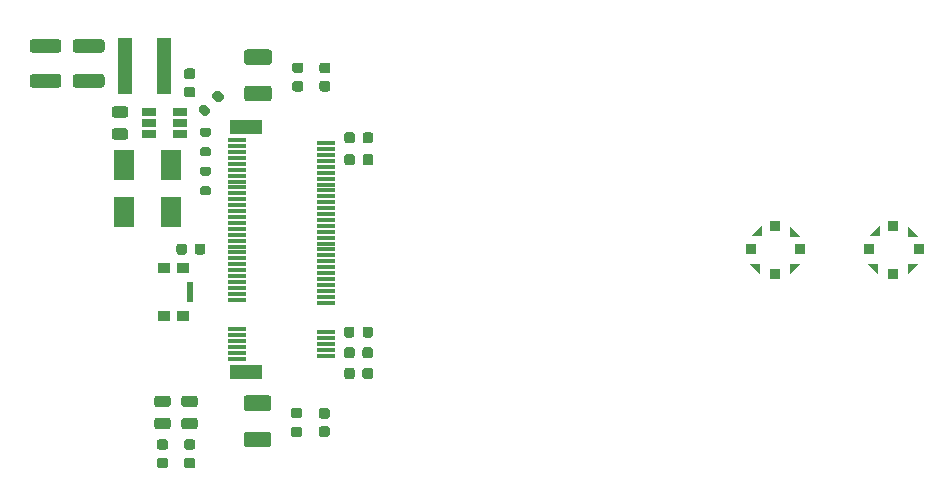
<source format=gbr>
G04 #@! TF.GenerationSoftware,KiCad,Pcbnew,(5.1.9-0-10_14)*
G04 #@! TF.CreationDate,2021-05-09T00:19:33+01:00*
G04 #@! TF.ProjectId,usb3-ngff-carrier,75736233-2d6e-4676-9666-2d6361727269,1*
G04 #@! TF.SameCoordinates,Original*
G04 #@! TF.FileFunction,Paste,Top*
G04 #@! TF.FilePolarity,Positive*
%FSLAX46Y46*%
G04 Gerber Fmt 4.6, Leading zero omitted, Abs format (unit mm)*
G04 Created by KiCad (PCBNEW (5.1.9-0-10_14)) date 2021-05-09 00:19:33*
%MOMM*%
%LPD*%
G01*
G04 APERTURE LIST*
%ADD10C,0.100000*%
%ADD11R,1.220000X0.650000*%
%ADD12R,1.200000X4.700000*%
%ADD13R,1.550000X0.300000*%
%ADD14R,2.750000X1.200000*%
%ADD15R,1.000000X0.900000*%
%ADD16R,0.550000X1.700000*%
%ADD17R,1.800000X2.500000*%
G04 APERTURE END LIST*
D10*
G36*
X70604000Y-22400000D02*
G01*
X69842000Y-22400000D01*
X69842000Y-21638000D01*
X70604000Y-21638000D01*
X70604000Y-22400000D01*
G37*
X70604000Y-22400000D02*
X69842000Y-22400000D01*
X69842000Y-21638000D01*
X70604000Y-21638000D01*
X70604000Y-22400000D01*
G36*
X68550000Y-20304000D02*
G01*
X67788000Y-20304000D01*
X67788000Y-19542000D01*
X68550000Y-19542000D01*
X68550000Y-20304000D01*
G37*
X68550000Y-20304000D02*
X67788000Y-20304000D01*
X67788000Y-19542000D01*
X68550000Y-19542000D01*
X68550000Y-20304000D01*
G36*
X69050000Y-18762000D02*
G01*
X68288000Y-18762000D01*
X69050000Y-18000000D01*
X69050000Y-18762000D01*
G37*
X69050000Y-18762000D02*
X68288000Y-18762000D01*
X69050000Y-18000000D01*
X69050000Y-18762000D01*
G36*
X72312000Y-18862000D02*
G01*
X71550000Y-18862000D01*
X71550000Y-18100000D01*
X72312000Y-18862000D01*
G37*
X72312000Y-18862000D02*
X71550000Y-18862000D01*
X71550000Y-18100000D01*
X72312000Y-18862000D01*
G36*
X68900000Y-21962000D02*
G01*
X68138000Y-21200000D01*
X68900000Y-21200000D01*
X68900000Y-21962000D01*
G37*
X68900000Y-21962000D02*
X68138000Y-21200000D01*
X68900000Y-21200000D01*
X68900000Y-21962000D01*
G36*
X71550000Y-22012000D02*
G01*
X71550000Y-21250000D01*
X72312000Y-21250000D01*
X71550000Y-22012000D01*
G37*
X71550000Y-22012000D02*
X71550000Y-21250000D01*
X72312000Y-21250000D01*
X71550000Y-22012000D01*
G36*
X70604000Y-18362000D02*
G01*
X69842000Y-18362000D01*
X69842000Y-17600000D01*
X70604000Y-17600000D01*
X70604000Y-18362000D01*
G37*
X70604000Y-18362000D02*
X69842000Y-18362000D01*
X69842000Y-17600000D01*
X70604000Y-17600000D01*
X70604000Y-18362000D01*
G36*
X72750000Y-20304000D02*
G01*
X71988000Y-20304000D01*
X71988000Y-19542000D01*
X72750000Y-19542000D01*
X72750000Y-20304000D01*
G37*
X72750000Y-20304000D02*
X71988000Y-20304000D01*
X71988000Y-19542000D01*
X72750000Y-19542000D01*
X72750000Y-20304000D01*
G36*
X80604000Y-22400000D02*
G01*
X79842000Y-22400000D01*
X79842000Y-21638000D01*
X80604000Y-21638000D01*
X80604000Y-22400000D01*
G37*
X80604000Y-22400000D02*
X79842000Y-22400000D01*
X79842000Y-21638000D01*
X80604000Y-21638000D01*
X80604000Y-22400000D01*
G36*
X78550000Y-20304000D02*
G01*
X77788000Y-20304000D01*
X77788000Y-19542000D01*
X78550000Y-19542000D01*
X78550000Y-20304000D01*
G37*
X78550000Y-20304000D02*
X77788000Y-20304000D01*
X77788000Y-19542000D01*
X78550000Y-19542000D01*
X78550000Y-20304000D01*
G36*
X79050000Y-18762000D02*
G01*
X78288000Y-18762000D01*
X79050000Y-18000000D01*
X79050000Y-18762000D01*
G37*
X79050000Y-18762000D02*
X78288000Y-18762000D01*
X79050000Y-18000000D01*
X79050000Y-18762000D01*
G36*
X82312000Y-18862000D02*
G01*
X81550000Y-18862000D01*
X81550000Y-18100000D01*
X82312000Y-18862000D01*
G37*
X82312000Y-18862000D02*
X81550000Y-18862000D01*
X81550000Y-18100000D01*
X82312000Y-18862000D01*
G36*
X78900000Y-21962000D02*
G01*
X78138000Y-21200000D01*
X78900000Y-21200000D01*
X78900000Y-21962000D01*
G37*
X78900000Y-21962000D02*
X78138000Y-21200000D01*
X78900000Y-21200000D01*
X78900000Y-21962000D01*
G36*
X81550000Y-22012000D02*
G01*
X81550000Y-21250000D01*
X82312000Y-21250000D01*
X81550000Y-22012000D01*
G37*
X81550000Y-22012000D02*
X81550000Y-21250000D01*
X82312000Y-21250000D01*
X81550000Y-22012000D01*
G36*
X80604000Y-18362000D02*
G01*
X79842000Y-18362000D01*
X79842000Y-17600000D01*
X80604000Y-17600000D01*
X80604000Y-18362000D01*
G37*
X80604000Y-18362000D02*
X79842000Y-18362000D01*
X79842000Y-17600000D01*
X80604000Y-17600000D01*
X80604000Y-18362000D01*
G36*
X82750000Y-20304000D02*
G01*
X81988000Y-20304000D01*
X81988000Y-19542000D01*
X82750000Y-19542000D01*
X82750000Y-20304000D01*
G37*
X82750000Y-20304000D02*
X81988000Y-20304000D01*
X81988000Y-19542000D01*
X82750000Y-19542000D01*
X82750000Y-20304000D01*
D11*
X17290000Y-8350000D03*
X17290000Y-9300000D03*
X17290000Y-10250000D03*
X19910000Y-10250000D03*
X19910000Y-9300000D03*
X19910000Y-8350000D03*
D12*
X15195000Y-4500000D03*
X18505000Y-4500000D03*
G36*
G01*
X23196751Y-6564340D02*
X23585660Y-6953249D01*
G75*
G02*
X23585660Y-7236091I-141421J-141421D01*
G01*
X23302817Y-7518934D01*
G75*
G02*
X23019975Y-7518934I-141421J141421D01*
G01*
X22631066Y-7130025D01*
G75*
G02*
X22631066Y-6847183I141421J141421D01*
G01*
X22913909Y-6564340D01*
G75*
G02*
X23196751Y-6564340I141421J-141421D01*
G01*
G37*
G36*
G01*
X22030025Y-7731066D02*
X22418934Y-8119975D01*
G75*
G02*
X22418934Y-8402817I-141421J-141421D01*
G01*
X22136091Y-8685660D01*
G75*
G02*
X21853249Y-8685660I-141421J141421D01*
G01*
X21464340Y-8296751D01*
G75*
G02*
X21464340Y-8013909I141421J141421D01*
G01*
X21747183Y-7731066D01*
G75*
G02*
X22030025Y-7731066I141421J-141421D01*
G01*
G37*
G36*
G01*
X21775000Y-11325000D02*
X22325000Y-11325000D01*
G75*
G02*
X22525000Y-11525000I0J-200000D01*
G01*
X22525000Y-11925000D01*
G75*
G02*
X22325000Y-12125000I-200000J0D01*
G01*
X21775000Y-12125000D01*
G75*
G02*
X21575000Y-11925000I0J200000D01*
G01*
X21575000Y-11525000D01*
G75*
G02*
X21775000Y-11325000I200000J0D01*
G01*
G37*
G36*
G01*
X21775000Y-9675000D02*
X22325000Y-9675000D01*
G75*
G02*
X22525000Y-9875000I0J-200000D01*
G01*
X22525000Y-10275000D01*
G75*
G02*
X22325000Y-10475000I-200000J0D01*
G01*
X21775000Y-10475000D01*
G75*
G02*
X21575000Y-10275000I0J200000D01*
G01*
X21575000Y-9875000D01*
G75*
G02*
X21775000Y-9675000I200000J0D01*
G01*
G37*
G36*
G01*
X20475000Y-19725000D02*
X20475000Y-20225000D01*
G75*
G02*
X20250000Y-20450000I-225000J0D01*
G01*
X19800000Y-20450000D01*
G75*
G02*
X19575000Y-20225000I0J225000D01*
G01*
X19575000Y-19725000D01*
G75*
G02*
X19800000Y-19500000I225000J0D01*
G01*
X20250000Y-19500000D01*
G75*
G02*
X20475000Y-19725000I0J-225000D01*
G01*
G37*
G36*
G01*
X22025000Y-19725000D02*
X22025000Y-20225000D01*
G75*
G02*
X21800000Y-20450000I-225000J0D01*
G01*
X21350000Y-20450000D01*
G75*
G02*
X21125000Y-20225000I0J225000D01*
G01*
X21125000Y-19725000D01*
G75*
G02*
X21350000Y-19500000I225000J0D01*
G01*
X21800000Y-19500000D01*
G75*
G02*
X22025000Y-19725000I0J-225000D01*
G01*
G37*
G36*
G01*
X35325000Y-29000000D02*
X35325000Y-28500000D01*
G75*
G02*
X35550000Y-28275000I225000J0D01*
G01*
X36000000Y-28275000D01*
G75*
G02*
X36225000Y-28500000I0J-225000D01*
G01*
X36225000Y-29000000D01*
G75*
G02*
X36000000Y-29225000I-225000J0D01*
G01*
X35550000Y-29225000D01*
G75*
G02*
X35325000Y-29000000I0J225000D01*
G01*
G37*
G36*
G01*
X33775000Y-29000000D02*
X33775000Y-28500000D01*
G75*
G02*
X34000000Y-28275000I225000J0D01*
G01*
X34450000Y-28275000D01*
G75*
G02*
X34675000Y-28500000I0J-225000D01*
G01*
X34675000Y-29000000D01*
G75*
G02*
X34450000Y-29225000I-225000J0D01*
G01*
X34000000Y-29225000D01*
G75*
G02*
X33775000Y-29000000I0J225000D01*
G01*
G37*
G36*
G01*
X35325000Y-30750000D02*
X35325000Y-30250000D01*
G75*
G02*
X35550000Y-30025000I225000J0D01*
G01*
X36000000Y-30025000D01*
G75*
G02*
X36225000Y-30250000I0J-225000D01*
G01*
X36225000Y-30750000D01*
G75*
G02*
X36000000Y-30975000I-225000J0D01*
G01*
X35550000Y-30975000D01*
G75*
G02*
X35325000Y-30750000I0J225000D01*
G01*
G37*
G36*
G01*
X33775000Y-30750000D02*
X33775000Y-30250000D01*
G75*
G02*
X34000000Y-30025000I225000J0D01*
G01*
X34450000Y-30025000D01*
G75*
G02*
X34675000Y-30250000I0J-225000D01*
G01*
X34675000Y-30750000D01*
G75*
G02*
X34450000Y-30975000I-225000J0D01*
G01*
X34000000Y-30975000D01*
G75*
G02*
X33775000Y-30750000I0J225000D01*
G01*
G37*
G36*
G01*
X31850000Y-34975000D02*
X32350000Y-34975000D01*
G75*
G02*
X32575000Y-35200000I0J-225000D01*
G01*
X32575000Y-35650000D01*
G75*
G02*
X32350000Y-35875000I-225000J0D01*
G01*
X31850000Y-35875000D01*
G75*
G02*
X31625000Y-35650000I0J225000D01*
G01*
X31625000Y-35200000D01*
G75*
G02*
X31850000Y-34975000I225000J0D01*
G01*
G37*
G36*
G01*
X31850000Y-33425000D02*
X32350000Y-33425000D01*
G75*
G02*
X32575000Y-33650000I0J-225000D01*
G01*
X32575000Y-34100000D01*
G75*
G02*
X32350000Y-34325000I-225000J0D01*
G01*
X31850000Y-34325000D01*
G75*
G02*
X31625000Y-34100000I0J225000D01*
G01*
X31625000Y-33650000D01*
G75*
G02*
X31850000Y-33425000I225000J0D01*
G01*
G37*
G36*
G01*
X35340000Y-10800000D02*
X35340000Y-10300000D01*
G75*
G02*
X35565000Y-10075000I225000J0D01*
G01*
X36015000Y-10075000D01*
G75*
G02*
X36240000Y-10300000I0J-225000D01*
G01*
X36240000Y-10800000D01*
G75*
G02*
X36015000Y-11025000I-225000J0D01*
G01*
X35565000Y-11025000D01*
G75*
G02*
X35340000Y-10800000I0J225000D01*
G01*
G37*
G36*
G01*
X33790000Y-10800000D02*
X33790000Y-10300000D01*
G75*
G02*
X34015000Y-10075000I225000J0D01*
G01*
X34465000Y-10075000D01*
G75*
G02*
X34690000Y-10300000I0J-225000D01*
G01*
X34690000Y-10800000D01*
G75*
G02*
X34465000Y-11025000I-225000J0D01*
G01*
X34015000Y-11025000D01*
G75*
G02*
X33790000Y-10800000I0J225000D01*
G01*
G37*
G36*
G01*
X35350000Y-12650000D02*
X35350000Y-12150000D01*
G75*
G02*
X35575000Y-11925000I225000J0D01*
G01*
X36025000Y-11925000D01*
G75*
G02*
X36250000Y-12150000I0J-225000D01*
G01*
X36250000Y-12650000D01*
G75*
G02*
X36025000Y-12875000I-225000J0D01*
G01*
X35575000Y-12875000D01*
G75*
G02*
X35350000Y-12650000I0J225000D01*
G01*
G37*
G36*
G01*
X33800000Y-12650000D02*
X33800000Y-12150000D01*
G75*
G02*
X34025000Y-11925000I225000J0D01*
G01*
X34475000Y-11925000D01*
G75*
G02*
X34700000Y-12150000I0J-225000D01*
G01*
X34700000Y-12650000D01*
G75*
G02*
X34475000Y-12875000I-225000J0D01*
G01*
X34025000Y-12875000D01*
G75*
G02*
X33800000Y-12650000I0J225000D01*
G01*
G37*
G36*
G01*
X32400000Y-5075000D02*
X31900000Y-5075000D01*
G75*
G02*
X31675000Y-4850000I0J225000D01*
G01*
X31675000Y-4400000D01*
G75*
G02*
X31900000Y-4175000I225000J0D01*
G01*
X32400000Y-4175000D01*
G75*
G02*
X32625000Y-4400000I0J-225000D01*
G01*
X32625000Y-4850000D01*
G75*
G02*
X32400000Y-5075000I-225000J0D01*
G01*
G37*
G36*
G01*
X32400000Y-6625000D02*
X31900000Y-6625000D01*
G75*
G02*
X31675000Y-6400000I0J225000D01*
G01*
X31675000Y-5950000D01*
G75*
G02*
X31900000Y-5725000I225000J0D01*
G01*
X32400000Y-5725000D01*
G75*
G02*
X32625000Y-5950000I0J-225000D01*
G01*
X32625000Y-6400000D01*
G75*
G02*
X32400000Y-6625000I-225000J0D01*
G01*
G37*
G36*
G01*
X20950000Y-5575000D02*
X20450000Y-5575000D01*
G75*
G02*
X20225000Y-5350000I0J225000D01*
G01*
X20225000Y-4900000D01*
G75*
G02*
X20450000Y-4675000I225000J0D01*
G01*
X20950000Y-4675000D01*
G75*
G02*
X21175000Y-4900000I0J-225000D01*
G01*
X21175000Y-5350000D01*
G75*
G02*
X20950000Y-5575000I-225000J0D01*
G01*
G37*
G36*
G01*
X20950000Y-7125000D02*
X20450000Y-7125000D01*
G75*
G02*
X20225000Y-6900000I0J225000D01*
G01*
X20225000Y-6450000D01*
G75*
G02*
X20450000Y-6225000I225000J0D01*
G01*
X20950000Y-6225000D01*
G75*
G02*
X21175000Y-6450000I0J-225000D01*
G01*
X21175000Y-6900000D01*
G75*
G02*
X20950000Y-7125000I-225000J0D01*
G01*
G37*
G36*
G01*
X21775000Y-14625000D02*
X22325000Y-14625000D01*
G75*
G02*
X22525000Y-14825000I0J-200000D01*
G01*
X22525000Y-15225000D01*
G75*
G02*
X22325000Y-15425000I-200000J0D01*
G01*
X21775000Y-15425000D01*
G75*
G02*
X21575000Y-15225000I0J200000D01*
G01*
X21575000Y-14825000D01*
G75*
G02*
X21775000Y-14625000I200000J0D01*
G01*
G37*
G36*
G01*
X21775000Y-12975000D02*
X22325000Y-12975000D01*
G75*
G02*
X22525000Y-13175000I0J-200000D01*
G01*
X22525000Y-13575000D01*
G75*
G02*
X22325000Y-13775000I-200000J0D01*
G01*
X21775000Y-13775000D01*
G75*
G02*
X21575000Y-13575000I0J200000D01*
G01*
X21575000Y-13175000D01*
G75*
G02*
X21775000Y-12975000I200000J0D01*
G01*
G37*
G36*
G01*
X11049999Y-5150000D02*
X13250001Y-5150000D01*
G75*
G02*
X13500000Y-5399999I0J-249999D01*
G01*
X13500000Y-6050001D01*
G75*
G02*
X13250001Y-6300000I-249999J0D01*
G01*
X11049999Y-6300000D01*
G75*
G02*
X10800000Y-6050001I0J249999D01*
G01*
X10800000Y-5399999D01*
G75*
G02*
X11049999Y-5150000I249999J0D01*
G01*
G37*
G36*
G01*
X11049550Y-2200000D02*
X13250450Y-2200000D01*
G75*
G02*
X13500000Y-2449550I0J-249550D01*
G01*
X13500000Y-3100450D01*
G75*
G02*
X13250450Y-3350000I-249550J0D01*
G01*
X11049550Y-3350000D01*
G75*
G02*
X10800000Y-3100450I0J249550D01*
G01*
X10800000Y-2449550D01*
G75*
G02*
X11049550Y-2200000I249550J0D01*
G01*
G37*
G36*
G01*
X7399999Y-5150000D02*
X9600001Y-5150000D01*
G75*
G02*
X9850000Y-5399999I0J-249999D01*
G01*
X9850000Y-6050001D01*
G75*
G02*
X9600001Y-6300000I-249999J0D01*
G01*
X7399999Y-6300000D01*
G75*
G02*
X7150000Y-6050001I0J249999D01*
G01*
X7150000Y-5399999D01*
G75*
G02*
X7399999Y-5150000I249999J0D01*
G01*
G37*
G36*
G01*
X7399550Y-2200000D02*
X9600450Y-2200000D01*
G75*
G02*
X9850000Y-2449550I0J-249550D01*
G01*
X9850000Y-3100450D01*
G75*
G02*
X9600450Y-3350000I-249550J0D01*
G01*
X7399550Y-3350000D01*
G75*
G02*
X7150000Y-3100450I0J249550D01*
G01*
X7150000Y-2449550D01*
G75*
G02*
X7399550Y-2200000I249550J0D01*
G01*
G37*
D13*
X24725000Y-29250000D03*
X32275000Y-29000000D03*
X24725000Y-28750000D03*
X32275000Y-28500000D03*
X24725000Y-28250000D03*
X32275000Y-28000000D03*
X24725000Y-27750000D03*
X32275000Y-27500000D03*
X24725000Y-27250000D03*
X32275000Y-27000000D03*
X24725000Y-26750000D03*
X32275000Y-24500000D03*
X24725000Y-24250000D03*
X32275000Y-24000000D03*
X24725000Y-23750000D03*
X32275000Y-23500000D03*
X24725000Y-23250000D03*
X32275000Y-23000000D03*
X24725000Y-22750000D03*
X32275000Y-22500000D03*
X24725000Y-22250000D03*
X32275000Y-22000000D03*
X24725000Y-21750000D03*
X32275000Y-21500000D03*
X24725000Y-21250000D03*
X32275000Y-21000000D03*
X24725000Y-20750000D03*
X32275000Y-20500000D03*
X24725000Y-20250000D03*
X32275000Y-20000000D03*
X24725000Y-19750000D03*
X32275000Y-19500000D03*
X24725000Y-19250000D03*
X32275000Y-19000000D03*
X24725000Y-18750000D03*
X32275000Y-18500000D03*
X24725000Y-18250000D03*
X32275000Y-18000000D03*
X24725000Y-17750000D03*
X32275000Y-17500000D03*
X24725000Y-17250000D03*
X32275000Y-17000000D03*
X24725000Y-16750000D03*
X32275000Y-16500000D03*
X24725000Y-16250000D03*
X32275000Y-16000000D03*
X24725000Y-15750000D03*
X32275000Y-15500000D03*
X24725000Y-15250000D03*
X32275000Y-15000000D03*
X24725000Y-14750000D03*
X32275000Y-14500000D03*
X24725000Y-14250000D03*
X32275000Y-14000000D03*
X24725000Y-13750000D03*
X32275000Y-13500000D03*
X24725000Y-13250000D03*
X32275000Y-13000000D03*
X24725000Y-12750000D03*
X32275000Y-12500000D03*
X24725000Y-12250000D03*
X32275000Y-12000000D03*
X24725000Y-11750000D03*
X32275000Y-11500000D03*
X24725000Y-11250000D03*
X32275000Y-11000000D03*
X24725000Y-10750000D03*
D14*
X25500000Y-30350000D03*
X25500000Y-9650000D03*
G36*
G01*
X35350000Y-27256250D02*
X35350000Y-26743750D01*
G75*
G02*
X35568750Y-26525000I218750J0D01*
G01*
X36006250Y-26525000D01*
G75*
G02*
X36225000Y-26743750I0J-218750D01*
G01*
X36225000Y-27256250D01*
G75*
G02*
X36006250Y-27475000I-218750J0D01*
G01*
X35568750Y-27475000D01*
G75*
G02*
X35350000Y-27256250I0J218750D01*
G01*
G37*
G36*
G01*
X33775000Y-27256250D02*
X33775000Y-26743750D01*
G75*
G02*
X33993750Y-26525000I218750J0D01*
G01*
X34431250Y-26525000D01*
G75*
G02*
X34650000Y-26743750I0J-218750D01*
G01*
X34650000Y-27256250D01*
G75*
G02*
X34431250Y-27475000I-218750J0D01*
G01*
X33993750Y-27475000D01*
G75*
G02*
X33775000Y-27256250I0J218750D01*
G01*
G37*
G36*
G01*
X29493750Y-35000000D02*
X30006250Y-35000000D01*
G75*
G02*
X30225000Y-35218750I0J-218750D01*
G01*
X30225000Y-35656250D01*
G75*
G02*
X30006250Y-35875000I-218750J0D01*
G01*
X29493750Y-35875000D01*
G75*
G02*
X29275000Y-35656250I0J218750D01*
G01*
X29275000Y-35218750D01*
G75*
G02*
X29493750Y-35000000I218750J0D01*
G01*
G37*
G36*
G01*
X29493750Y-33425000D02*
X30006250Y-33425000D01*
G75*
G02*
X30225000Y-33643750I0J-218750D01*
G01*
X30225000Y-34081250D01*
G75*
G02*
X30006250Y-34300000I-218750J0D01*
G01*
X29493750Y-34300000D01*
G75*
G02*
X29275000Y-34081250I0J218750D01*
G01*
X29275000Y-33643750D01*
G75*
G02*
X29493750Y-33425000I218750J0D01*
G01*
G37*
G36*
G01*
X30106250Y-5050000D02*
X29593750Y-5050000D01*
G75*
G02*
X29375000Y-4831250I0J218750D01*
G01*
X29375000Y-4393750D01*
G75*
G02*
X29593750Y-4175000I218750J0D01*
G01*
X30106250Y-4175000D01*
G75*
G02*
X30325000Y-4393750I0J-218750D01*
G01*
X30325000Y-4831250D01*
G75*
G02*
X30106250Y-5050000I-218750J0D01*
G01*
G37*
G36*
G01*
X30106250Y-6625000D02*
X29593750Y-6625000D01*
G75*
G02*
X29375000Y-6406250I0J218750D01*
G01*
X29375000Y-5968750D01*
G75*
G02*
X29593750Y-5750000I218750J0D01*
G01*
X30106250Y-5750000D01*
G75*
G02*
X30325000Y-5968750I0J-218750D01*
G01*
X30325000Y-6406250D01*
G75*
G02*
X30106250Y-6625000I-218750J0D01*
G01*
G37*
D15*
X20100000Y-21550001D03*
X20100000Y-25649999D03*
X18500000Y-21550001D03*
X18500000Y-25649999D03*
D16*
X20725000Y-23600000D03*
G36*
G01*
X18143750Y-37650000D02*
X18656250Y-37650000D01*
G75*
G02*
X18875000Y-37868750I0J-218750D01*
G01*
X18875000Y-38306250D01*
G75*
G02*
X18656250Y-38525000I-218750J0D01*
G01*
X18143750Y-38525000D01*
G75*
G02*
X17925000Y-38306250I0J218750D01*
G01*
X17925000Y-37868750D01*
G75*
G02*
X18143750Y-37650000I218750J0D01*
G01*
G37*
G36*
G01*
X18143750Y-36075000D02*
X18656250Y-36075000D01*
G75*
G02*
X18875000Y-36293750I0J-218750D01*
G01*
X18875000Y-36731250D01*
G75*
G02*
X18656250Y-36950000I-218750J0D01*
G01*
X18143750Y-36950000D01*
G75*
G02*
X17925000Y-36731250I0J218750D01*
G01*
X17925000Y-36293750D01*
G75*
G02*
X18143750Y-36075000I218750J0D01*
G01*
G37*
G36*
G01*
X17943750Y-34250000D02*
X18856250Y-34250000D01*
G75*
G02*
X19100000Y-34493750I0J-243750D01*
G01*
X19100000Y-34981250D01*
G75*
G02*
X18856250Y-35225000I-243750J0D01*
G01*
X17943750Y-35225000D01*
G75*
G02*
X17700000Y-34981250I0J243750D01*
G01*
X17700000Y-34493750D01*
G75*
G02*
X17943750Y-34250000I243750J0D01*
G01*
G37*
G36*
G01*
X17943750Y-32375000D02*
X18856250Y-32375000D01*
G75*
G02*
X19100000Y-32618750I0J-243750D01*
G01*
X19100000Y-33106250D01*
G75*
G02*
X18856250Y-33350000I-243750J0D01*
G01*
X17943750Y-33350000D01*
G75*
G02*
X17700000Y-33106250I0J243750D01*
G01*
X17700000Y-32618750D01*
G75*
G02*
X17943750Y-32375000I243750J0D01*
G01*
G37*
G36*
G01*
X20443750Y-37650000D02*
X20956250Y-37650000D01*
G75*
G02*
X21175000Y-37868750I0J-218750D01*
G01*
X21175000Y-38306250D01*
G75*
G02*
X20956250Y-38525000I-218750J0D01*
G01*
X20443750Y-38525000D01*
G75*
G02*
X20225000Y-38306250I0J218750D01*
G01*
X20225000Y-37868750D01*
G75*
G02*
X20443750Y-37650000I218750J0D01*
G01*
G37*
G36*
G01*
X20443750Y-36075000D02*
X20956250Y-36075000D01*
G75*
G02*
X21175000Y-36293750I0J-218750D01*
G01*
X21175000Y-36731250D01*
G75*
G02*
X20956250Y-36950000I-218750J0D01*
G01*
X20443750Y-36950000D01*
G75*
G02*
X20225000Y-36731250I0J218750D01*
G01*
X20225000Y-36293750D01*
G75*
G02*
X20443750Y-36075000I218750J0D01*
G01*
G37*
G36*
G01*
X20243750Y-34250000D02*
X21156250Y-34250000D01*
G75*
G02*
X21400000Y-34493750I0J-243750D01*
G01*
X21400000Y-34981250D01*
G75*
G02*
X21156250Y-35225000I-243750J0D01*
G01*
X20243750Y-35225000D01*
G75*
G02*
X20000000Y-34981250I0J243750D01*
G01*
X20000000Y-34493750D01*
G75*
G02*
X20243750Y-34250000I243750J0D01*
G01*
G37*
G36*
G01*
X20243750Y-32375000D02*
X21156250Y-32375000D01*
G75*
G02*
X21400000Y-32618750I0J-243750D01*
G01*
X21400000Y-33106250D01*
G75*
G02*
X21156250Y-33350000I-243750J0D01*
G01*
X20243750Y-33350000D01*
G75*
G02*
X20000000Y-33106250I0J243750D01*
G01*
X20000000Y-32618750D01*
G75*
G02*
X20243750Y-32375000I243750J0D01*
G01*
G37*
G36*
G01*
X25524998Y-35425000D02*
X27375002Y-35425000D01*
G75*
G02*
X27625000Y-35674998I0J-249998D01*
G01*
X27625000Y-36500002D01*
G75*
G02*
X27375002Y-36750000I-249998J0D01*
G01*
X25524998Y-36750000D01*
G75*
G02*
X25275000Y-36500002I0J249998D01*
G01*
X25275000Y-35674998D01*
G75*
G02*
X25524998Y-35425000I249998J0D01*
G01*
G37*
G36*
G01*
X25524998Y-32350000D02*
X27375002Y-32350000D01*
G75*
G02*
X27625000Y-32599998I0J-249998D01*
G01*
X27625000Y-33425002D01*
G75*
G02*
X27375002Y-33675000I-249998J0D01*
G01*
X25524998Y-33675000D01*
G75*
G02*
X25275000Y-33425002I0J249998D01*
G01*
X25275000Y-32599998D01*
G75*
G02*
X25524998Y-32350000I249998J0D01*
G01*
G37*
G36*
G01*
X27415002Y-4375000D02*
X25564998Y-4375000D01*
G75*
G02*
X25315000Y-4125002I0J249998D01*
G01*
X25315000Y-3299998D01*
G75*
G02*
X25564998Y-3050000I249998J0D01*
G01*
X27415002Y-3050000D01*
G75*
G02*
X27665000Y-3299998I0J-249998D01*
G01*
X27665000Y-4125002D01*
G75*
G02*
X27415002Y-4375000I-249998J0D01*
G01*
G37*
G36*
G01*
X27415002Y-7450000D02*
X25564998Y-7450000D01*
G75*
G02*
X25315000Y-7200002I0J249998D01*
G01*
X25315000Y-6374998D01*
G75*
G02*
X25564998Y-6125000I249998J0D01*
G01*
X27415002Y-6125000D01*
G75*
G02*
X27665000Y-6374998I0J-249998D01*
G01*
X27665000Y-7200002D01*
G75*
G02*
X27415002Y-7450000I-249998J0D01*
G01*
G37*
G36*
G01*
X15256250Y-10725000D02*
X14343750Y-10725000D01*
G75*
G02*
X14100000Y-10481250I0J243750D01*
G01*
X14100000Y-9993750D01*
G75*
G02*
X14343750Y-9750000I243750J0D01*
G01*
X15256250Y-9750000D01*
G75*
G02*
X15500000Y-9993750I0J-243750D01*
G01*
X15500000Y-10481250D01*
G75*
G02*
X15256250Y-10725000I-243750J0D01*
G01*
G37*
G36*
G01*
X15256250Y-8850000D02*
X14343750Y-8850000D01*
G75*
G02*
X14100000Y-8606250I0J243750D01*
G01*
X14100000Y-8118750D01*
G75*
G02*
X14343750Y-7875000I243750J0D01*
G01*
X15256250Y-7875000D01*
G75*
G02*
X15500000Y-8118750I0J-243750D01*
G01*
X15500000Y-8606250D01*
G75*
G02*
X15256250Y-8850000I-243750J0D01*
G01*
G37*
D17*
X15100000Y-16850000D03*
X15100000Y-12850000D03*
X19100000Y-16850000D03*
X19100000Y-12850000D03*
M02*

</source>
